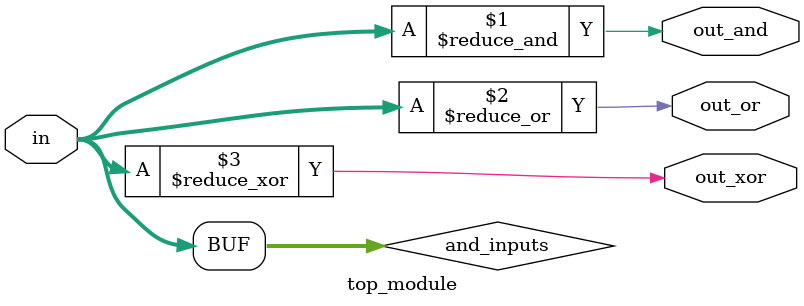
<source format=sv>
module top_module (
    input [99:0] in,
    output out_and,
    output out_or,
    output out_xor
);
    wire [99:0] and_inputs;
  
    assign out_and = & and_inputs;
    assign out_or = | in;
    assign out_xor = ^ in;

    assign and_inputs = in;
endmodule

</source>
